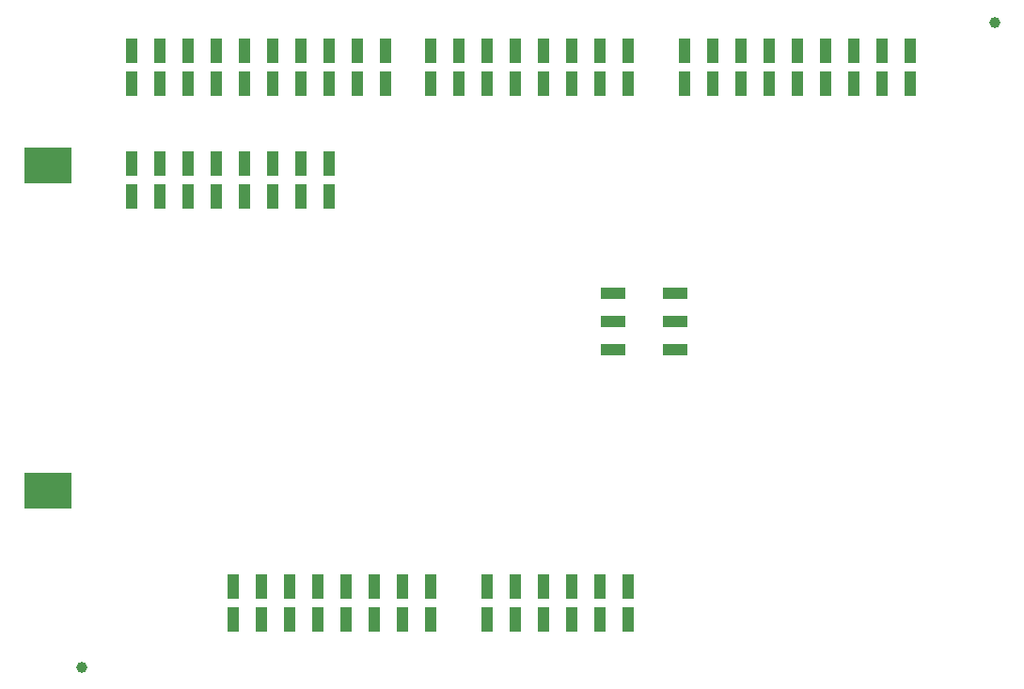
<source format=gbp>
G04*
G04 #@! TF.GenerationSoftware,Altium Limited,Altium Designer,21.4.1 (30)*
G04*
G04 Layer_Color=128*
%FSLAX24Y24*%
%MOIN*%
G70*
G04*
G04 #@! TF.SameCoordinates,516B4A6D-3ECB-46AA-BE42-5657E3C56184*
G04*
G04*
G04 #@! TF.FilePolarity,Positive*
G04*
G01*
G75*
%ADD56R,0.0402X0.0862*%
%ADD64C,0.0394*%
%ADD173R,0.1654X0.1260*%
%ADD174R,0.0874X0.0402*%
D56*
X8400Y22573D02*
D03*
Y21419D02*
D03*
X7400Y22573D02*
D03*
Y21419D02*
D03*
X16400D02*
D03*
Y22573D02*
D03*
X12400D02*
D03*
Y21419D02*
D03*
X11400Y22573D02*
D03*
Y21419D02*
D03*
X13400Y22573D02*
D03*
Y21419D02*
D03*
X14400Y22573D02*
D03*
Y21419D02*
D03*
X15400D02*
D03*
Y22573D02*
D03*
X9400Y21419D02*
D03*
Y22573D02*
D03*
X10400Y21419D02*
D03*
Y22573D02*
D03*
X25000Y21419D02*
D03*
Y22573D02*
D03*
X21000D02*
D03*
Y21419D02*
D03*
X20000Y22573D02*
D03*
Y21419D02*
D03*
X22000Y22573D02*
D03*
Y21419D02*
D03*
X23000Y22573D02*
D03*
Y21419D02*
D03*
X24000D02*
D03*
Y22573D02*
D03*
X18000Y21419D02*
D03*
Y22573D02*
D03*
X19000Y21419D02*
D03*
Y22573D02*
D03*
X27000Y22573D02*
D03*
Y21419D02*
D03*
X35000D02*
D03*
Y22573D02*
D03*
X31000D02*
D03*
Y21419D02*
D03*
X30000Y22573D02*
D03*
Y21419D02*
D03*
X32000Y22573D02*
D03*
Y21419D02*
D03*
X33000Y22573D02*
D03*
Y21419D02*
D03*
X34000D02*
D03*
Y22573D02*
D03*
X28000Y21419D02*
D03*
Y22573D02*
D03*
X29000Y21419D02*
D03*
Y22573D02*
D03*
X20000Y3573D02*
D03*
Y2419D02*
D03*
X24000D02*
D03*
Y3573D02*
D03*
X25000Y2419D02*
D03*
Y3573D02*
D03*
X23000Y2419D02*
D03*
Y3573D02*
D03*
X22000Y2419D02*
D03*
Y3573D02*
D03*
X21000D02*
D03*
Y2419D02*
D03*
X11000Y3573D02*
D03*
Y2419D02*
D03*
X15000D02*
D03*
Y3573D02*
D03*
X16000Y2419D02*
D03*
Y3573D02*
D03*
X14000Y2419D02*
D03*
Y3573D02*
D03*
X13000Y2419D02*
D03*
Y3573D02*
D03*
X12000D02*
D03*
Y2419D02*
D03*
X18000Y3573D02*
D03*
Y2419D02*
D03*
X17000Y3573D02*
D03*
Y2419D02*
D03*
X13400Y17419D02*
D03*
Y18573D02*
D03*
X14400Y17419D02*
D03*
Y18573D02*
D03*
X8400Y17419D02*
D03*
Y18573D02*
D03*
X9400D02*
D03*
Y17419D02*
D03*
X10400Y18573D02*
D03*
Y17419D02*
D03*
X12400Y18573D02*
D03*
Y17419D02*
D03*
X11400Y18573D02*
D03*
Y17419D02*
D03*
X7400D02*
D03*
Y18573D02*
D03*
D64*
X37973Y23596D02*
D03*
X5630Y730D02*
D03*
D173*
X4411Y6985D02*
D03*
Y18520D02*
D03*
D174*
X24438Y11996D02*
D03*
X26662D02*
D03*
X24438Y12996D02*
D03*
Y13996D02*
D03*
X26662Y12996D02*
D03*
Y13996D02*
D03*
M02*

</source>
